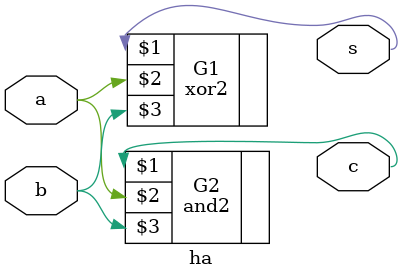
<source format=v>
module ha(a,b,s,c);
output s,c;
input a,b;
wire w1;
xor2 G1(s,a,b);
and2 G2(c,a,b);
endmodule
</source>
